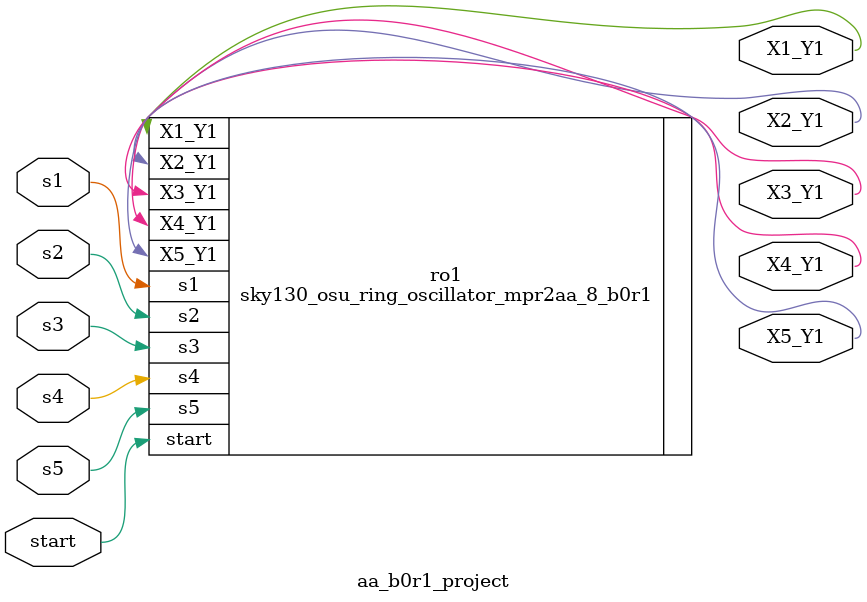
<source format=v>

`default_nettype none
/*
 *-------------------------------------------------------------
 *
 * user_proj_example
 *
 * This is an example of a (trivially simple) user project,
 * showing how the user project can connect to the logic
 * analyzer, the wishbone bus, and the I/O pads.
 *
 * This project generates an integer count, which is output
 * on the user area GPIO pads (digital output only).  The
 * wishbone connection allows the project to be controlled
 * (start and stop) from the management SoC program.
 *
 * See the testbenches in directory "mprj_counter" for the
 * example programs that drive this user project.  The three
 * testbenches are "io_ports", "la_test1", and "la_test2".
 *
 *-------------------------------------------------------------
 */

module aa_b0r1_project (
`ifdef USE_POWER_PINS
    inout vccd1,	// User area 1 1.8V supply
    inout vssd1,	// User area 1 digital ground
`endif

    // IOs
    input  s1, s2, s3, s4, s5, start,
    output X1_Y1, X2_Y1, X3_Y1, X4_Y1, X5_Y1

    // IRQ
    // output [2:0] irq
);

sky130_osu_ring_oscillator_mpr2aa_8_b0r1 ro1(
        `ifdef USE_POWER_PINS
            inout .vccd1(vccd1),	// User area 1 1.8V supply
            inout .vssd1(vssd1),	// User area 1 digital ground
        `endif
        .s1(s1), .s2(s2), .s3(s3), .s4(s4), .s5(s5),
        .start(start),
        .X1_Y1(X1_Y1), .X2_Y1(X2_Y1), .X3_Y1(X3_Y1), .X4_Y1(X4_Y1), .X5_Y1(X5_Y1)
    );

endmodule

`default_nettype wire

</source>
